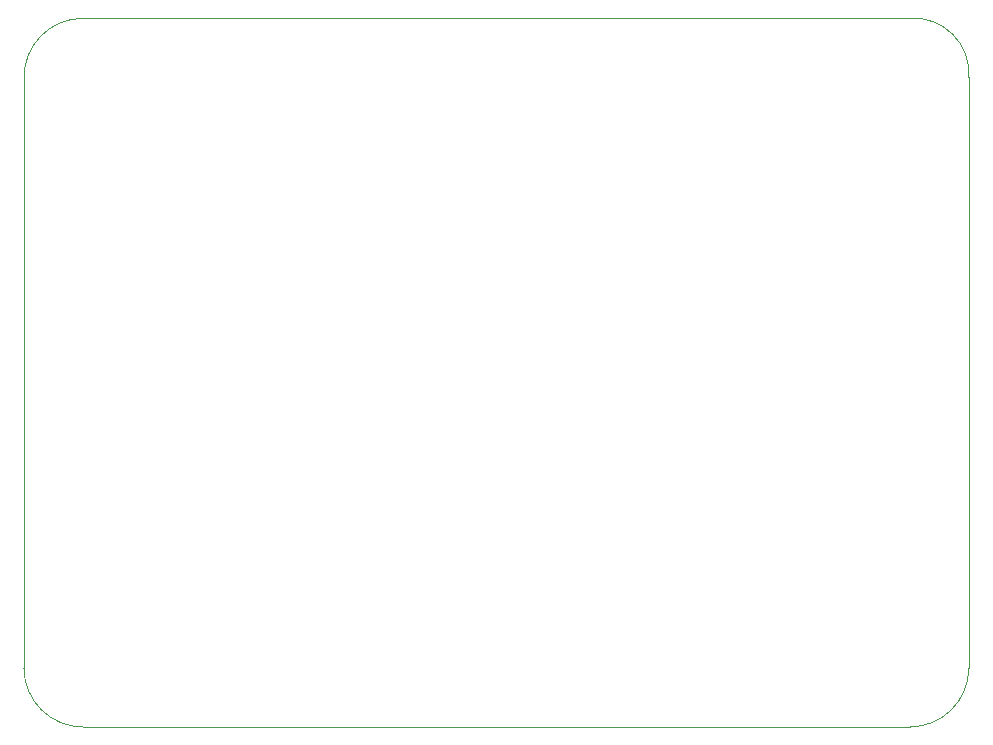
<source format=gm1>
%TF.GenerationSoftware,KiCad,Pcbnew,9.0.0*%
%TF.CreationDate,2025-03-25T18:58:09+01:00*%
%TF.ProjectId,HeatingBoard,48656174-696e-4674-926f-6172642e6b69,V1*%
%TF.SameCoordinates,Original*%
%TF.FileFunction,Profile,NP*%
%FSLAX46Y46*%
G04 Gerber Fmt 4.6, Leading zero omitted, Abs format (unit mm)*
G04 Created by KiCad (PCBNEW 9.0.0) date 2025-03-25 18:58:09*
%MOMM*%
%LPD*%
G01*
G04 APERTURE LIST*
%TA.AperFunction,Profile*%
%ADD10C,0.050000*%
%TD*%
G04 APERTURE END LIST*
D10*
X185000000Y-70000000D02*
G75*
G02*
X190000000Y-75000000I335100J-4664900D01*
G01*
X115000000Y-70000000D02*
X185000000Y-70000000D01*
X115000000Y-130000000D02*
X185000000Y-130000000D01*
X115000000Y-130000000D02*
G75*
G02*
X110000000Y-125000000I0J5000000D01*
G01*
X190000000Y-125000000D02*
G75*
G02*
X185000000Y-130000000I-5000000J0D01*
G01*
X110000000Y-125000000D02*
X110000000Y-75000000D01*
X190000000Y-75000000D02*
X190000000Y-125000000D01*
X110000000Y-75000000D02*
G75*
G02*
X115000000Y-70000000I5000000J0D01*
G01*
M02*

</source>
